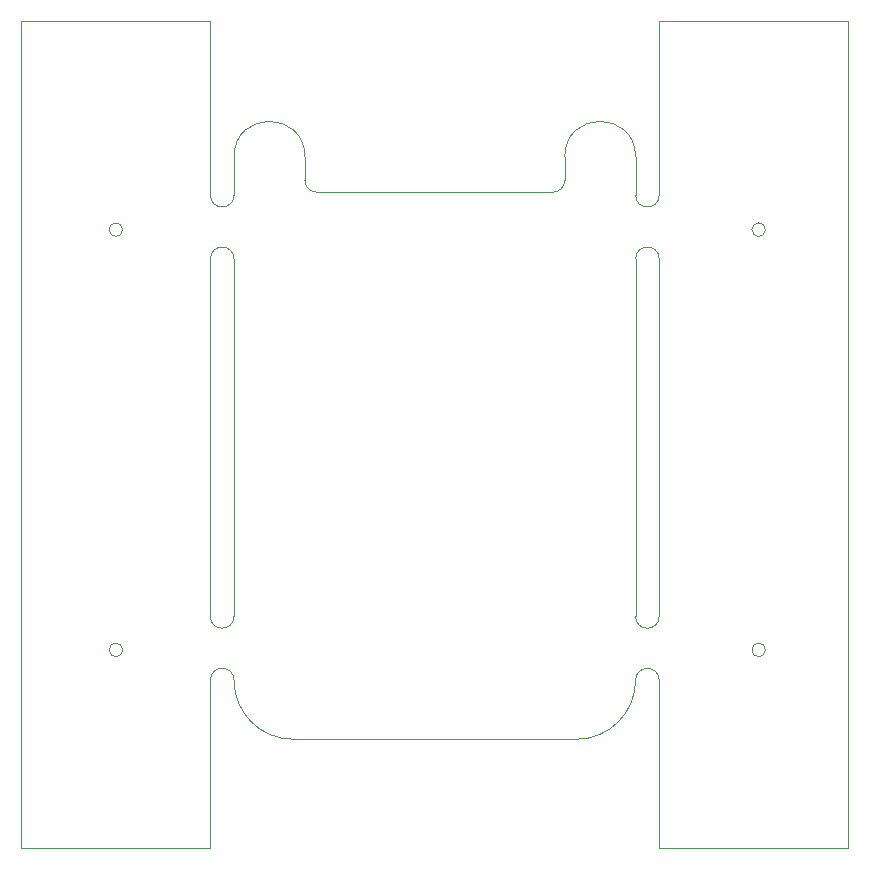
<source format=gbr>
%TF.GenerationSoftware,KiCad,Pcbnew,7.0.5-7.0.5~ubuntu23.04.1*%
%TF.CreationDate,2023-06-30T21:45:37+02:00*%
%TF.ProjectId,ESP32_UniBoard_panelized,45535033-325f-4556-9e69-426f6172645f,rev?*%
%TF.SameCoordinates,Original*%
%TF.FileFunction,Profile,NP*%
%FSLAX46Y46*%
G04 Gerber Fmt 4.6, Leading zero omitted, Abs format (unit mm)*
G04 Created by KiCad (PCBNEW 7.0.5-7.0.5~ubuntu23.04.1) date 2023-06-30 21:45:37*
%MOMM*%
%LPD*%
G01*
G04 APERTURE LIST*
%TA.AperFunction,Profile*%
%ADD10C,0.100000*%
%TD*%
G04 APERTURE END LIST*
D10*
X149117300Y-89053200D02*
G75*
G03*
X149117300Y-89053200I-576000J0D01*
G01*
X149117300Y-53477200D02*
G75*
G03*
X149117300Y-53477200I-576000J0D01*
G01*
X94693300Y-89053200D02*
G75*
G03*
X94693300Y-89053200I-576000J0D01*
G01*
X94693300Y-53477200D02*
G75*
G03*
X94693300Y-53477200I-576000J0D01*
G01*
X140117300Y-105803200D02*
X140117300Y-91618800D01*
X156117300Y-105803200D02*
X156117300Y-35803200D01*
X138117300Y-86218800D02*
G75*
G03*
X140117300Y-86218800I1000000J0D01*
G01*
X140117300Y-55953200D02*
G75*
G03*
X138117300Y-55953200I-1000000J0D01*
G01*
X140117300Y-86218800D02*
X140117300Y-55953200D01*
X138117300Y-50553200D02*
G75*
G03*
X140117300Y-50553200I1000000J0D01*
G01*
X140117300Y-50553200D02*
X140117300Y-35803200D01*
X140117300Y-105803200D02*
X156117300Y-105803200D01*
X140117300Y-91618800D02*
G75*
G03*
X138117300Y-91618800I-1000000J0D01*
G01*
X156117300Y-35803200D02*
X140117300Y-35803200D01*
X138117300Y-50553200D02*
X138117300Y-47303200D01*
X138117300Y-86218800D02*
X138117300Y-55953200D01*
X86117300Y-35803200D02*
X102117300Y-35803200D01*
X86108650Y-105803200D02*
X86117300Y-35803200D01*
X102125950Y-105803200D02*
X86108650Y-105803200D01*
X102125950Y-105803200D02*
X102117300Y-91618800D01*
X104117300Y-91618800D02*
G75*
G03*
X102117300Y-91618800I-1000000J0D01*
G01*
X102117300Y-86218800D02*
G75*
G03*
X104117300Y-86218800I1000000J0D01*
G01*
X104117300Y-55953200D02*
G75*
G03*
X102117300Y-55953200I-1000000J0D01*
G01*
X102117300Y-50553200D02*
G75*
G03*
X104117300Y-50553200I1000000J0D01*
G01*
X102117300Y-50553200D02*
X102117300Y-35803200D01*
X102117300Y-86218800D02*
X102117300Y-55953200D01*
X110117300Y-47303200D02*
G75*
G03*
X104117300Y-47303200I-3000000J0D01*
G01*
X133117300Y-96618800D02*
X109117300Y-96618800D01*
X104117300Y-50553200D02*
X104117300Y-47303200D01*
X138117300Y-47303200D02*
G75*
G03*
X132117300Y-47303200I-3000000J0D01*
G01*
X110117300Y-49303200D02*
G75*
G03*
X111117300Y-50303200I1000000J0D01*
G01*
X131117300Y-50303200D02*
G75*
G03*
X132117300Y-49303200I0J1000000D01*
G01*
X104117300Y-91618800D02*
G75*
G03*
X109117300Y-96618800I5000000J0D01*
G01*
X132117300Y-49303200D02*
X132117300Y-47303200D01*
X110117300Y-47303200D02*
X110117300Y-49303200D01*
X133117300Y-96618800D02*
G75*
G03*
X138117300Y-91618800I0J5000000D01*
G01*
X111117300Y-50303200D02*
X131117300Y-50303200D01*
X104117300Y-86218800D02*
X104117300Y-55953200D01*
M02*

</source>
